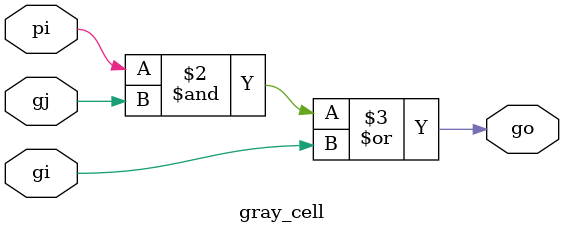
<source format=v>
`timescale 1ns / 1ps


module gray_cell(pi, gi, gj, go);
input pi, gi, gj; 
output go;

reg go; 

always @(*) begin
    go = (pi & gj) | gi;
end
endmodule

</source>
